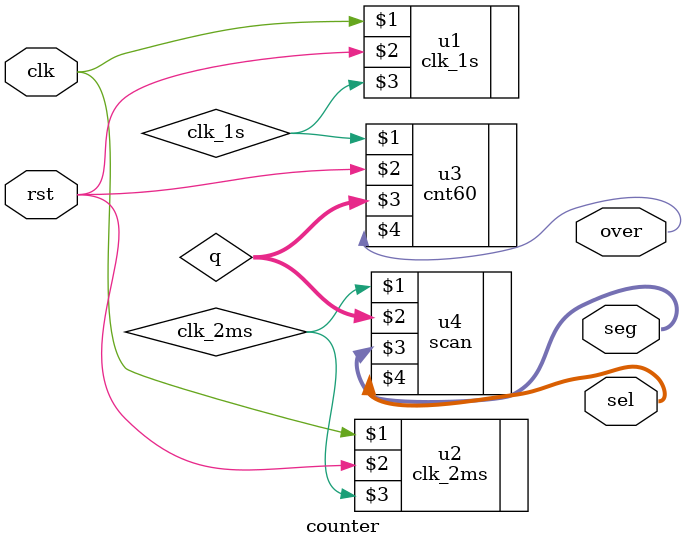
<source format=v>
`timescale 1ns / 1ps


module counter(
    input clk,
    input rst,
    output over,
    output [3:0] sel,
    output [7:0] seg
    );
    
    wire clk_1s, clk_2ms;
    clk_1s u1(clk,rst,clk_1s);
    clk_2ms u2(clk,rst,clk_2ms);
    
    wire [7:0] q;
    cnt60 u3(clk_1s,rst,q,over);
    scan u4(clk_2ms,q,seg,sel);
endmodule

</source>
